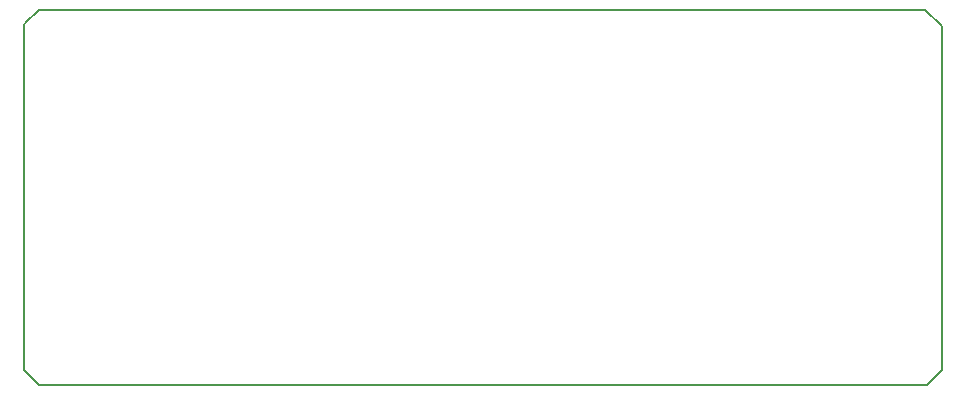
<source format=gbr>
G04 #@! TF.GenerationSoftware,KiCad,Pcbnew,5.0.2+dfsg1-1*
G04 #@! TF.CreationDate,2019-01-13T01:33:18+00:00*
G04 #@! TF.ProjectId,led_matrix_v1,6c65645f-6d61-4747-9269-785f76312e6b,rev?*
G04 #@! TF.SameCoordinates,Original*
G04 #@! TF.FileFunction,Profile,NP*
%FSLAX46Y46*%
G04 Gerber Fmt 4.6, Leading zero omitted, Abs format (unit mm)*
G04 Created by KiCad (PCBNEW 5.0.2+dfsg1-1) date Sun 13 Jan 2019 01:33:18 GMT*
%MOMM*%
%LPD*%
G01*
G04 APERTURE LIST*
%ADD10C,0.150000*%
G04 APERTURE END LIST*
D10*
X116332000Y-83693000D02*
X116205000Y-83820000D01*
X116205000Y-113030000D02*
X116205000Y-83820000D01*
X117475000Y-114300000D02*
X116205000Y-113030000D01*
X192659000Y-114300000D02*
X117475000Y-114300000D01*
X193929000Y-113030000D02*
X192659000Y-114300000D01*
X193929000Y-83947000D02*
X193929000Y-113030000D01*
X192532000Y-82550000D02*
X193929000Y-83947000D01*
X117475000Y-82550000D02*
X192532000Y-82550000D01*
X116332000Y-83693000D02*
X117475000Y-82550000D01*
M02*

</source>
